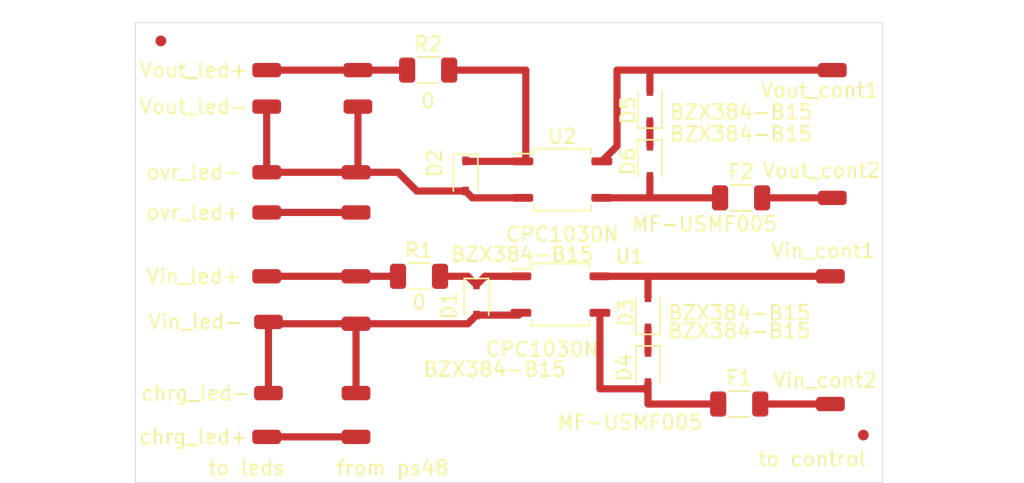
<source format=kicad_pcb>
(kicad_pcb (version 20211014) (generator pcbnew)
  (layers (0 "F.Cu" signal) (31 "B.Cu" signal) (34 "B.Paste" user) (35 "F.Paste" user) (36 "B.SilkS" user "B.Silkscreen") (37 "F.SilkS" user "F.Silkscreen") (38 "B.Mask" user) (39 "F.Mask" user) (44 "Edge.Cuts" user))
  (net 0 "")
  (net 1 "Net-(D1-Pad2)")
  (net 2 "Net-(D1-Pad1)")
  (net 3 "Net-(D2-Pad2)")
  (net 4 "Net-(D3-Pad2)")
  (net 5 "Net-(D3-Pad1)")
  (net 6 "Net-(D4-Pad2)")
  (net 7 "Net-(F1-Pad2)")
  (net 8 "Net-(F2-Pad2)")
  (net 9 "Net-(H1-Pad1)")
  (net 10 "Net-(H12-Pad1)")
  (net 11 "Net-(H13-Pad1)")
  (net 12 "Net-(D2-Pad1)")
  (net 13 "Net-(D5-Pad2)")
  (net 14 "Net-(D5-Pad1)")
  (net 15 "Net-(D6-Pad2)")
  (net 16 "Net-(H16-Pad1)")
  (footprint "Diode_SMD:D_SOD-323" (layer "F.Cu") (at 157.48 64.77 90)
    (fp_text reference "D5" (at -0.254 -1.524 90) (layer "F.SilkS"))
    (fp_text value "BZX384-B15" (at -0.381 6.35 180) (layer "F.SilkS"))
    (fp_line (start -1.5 0.85) (end 1.05 0.85) (layer "F.SilkS") (width 0.12))
    (fp_line (start -1.5 -0.85) (end 1.05 -0.85) (layer "F.SilkS") (width 0.12))
    (fp_line (start -1.5 -0.85) (end -1.5 0.85) (layer "F.SilkS") (width 0.12))
    (pad "1" smd rect locked (at -1.05 0 90) (size 0.6 0.45) (layers "F.Cu" "F.Paste" "F.Mask") (net 14 "Net-(D5-Pad1)"))
    (pad "2" smd rect locked (at 1.05 0 90) (size 0.6 0.45) (layers "F.Cu" "F.Paste" "F.Mask") (net 13 "Net-(D5-Pad2)"))
  )
  (footprint "Diode_SMD:D_SOD-323" (layer "F.Cu") (at 157.48 68.58 -90)
    (fp_text reference "D6" (at 0 1.524 90) (layer "F.SilkS"))
    (fp_text value "BZX384-B15" (at -1.905 -6.35 180) (layer "F.SilkS"))
    (fp_line (start -1.5 0.85) (end 1.05 0.85) (layer "F.SilkS") (width 0.12))
    (fp_line (start -1.5 -0.85) (end 1.05 -0.85) (layer "F.SilkS") (width 0.12))
    (fp_line (start -1.5 -0.85) (end -1.5 0.85) (layer "F.SilkS") (width 0.12))
    (pad "1" smd rect locked (at -1.05 0 270) (size 0.6 0.45) (layers "F.Cu" "F.Paste" "F.Mask") (net 14 "Net-(D5-Pad1)"))
    (pad "2" smd rect locked (at 1.05 0 270) (size 0.6 0.45) (layers "F.Cu" "F.Paste" "F.Mask") (net 15 "Net-(D6-Pad2)"))
  )
  (footprint "Diode_SMD:D_SOD-323" (layer "F.Cu") (at 157.349 79.121 90)
    (fp_text reference "D3" (at 0 -1.524 90) (layer "F.SilkS"))
    (fp_text value "BZX384-B15" (at 0 6.35 180) (layer "F.SilkS"))
    (fp_line (start -1.5 0.85) (end 1.05 0.85) (layer "F.SilkS") (width 0.12))
    (fp_line (start -1.5 -0.85) (end -1.5 0.85) (layer "F.SilkS") (width 0.12))
    (fp_line (start -1.5 -0.85) (end 1.05 -0.85) (layer "F.SilkS") (width 0.12))
    (pad "1" smd rect locked (at -1.05 0 90) (size 0.6 0.45) (layers "F.Cu" "F.Paste" "F.Mask") (net 5 "Net-(D3-Pad1)"))
    (pad "2" smd rect locked (at 1.05 0 90) (size 0.6 0.45) (layers "F.Cu" "F.Paste" "F.Mask") (net 4 "Net-(D3-Pad2)"))
  )
  (footprint "Diode_SMD:D_SOD-323" (layer "F.Cu") (at 157.349 82.931 -90)
    (fp_text reference "D4" (at 0 1.651 90) (layer "F.SilkS"))
    (fp_text value "BZX384-B15" (at -2.54 -6.35 180) (layer "F.SilkS"))
    (fp_line (start -1.5 -0.85) (end -1.5 0.85) (layer "F.SilkS") (width 0.12))
    (fp_line (start -1.5 -0.85) (end 1.05 -0.85) (layer "F.SilkS") (width 0.12))
    (fp_line (start -1.5 0.85) (end 1.05 0.85) (layer "F.SilkS") (width 0.12))
    (pad "1" smd rect locked (at -1.05 0 270) (size 0.6 0.45) (layers "F.Cu" "F.Paste" "F.Mask") (net 5 "Net-(D3-Pad1)"))
    (pad "2" smd rect locked (at 1.05 0 270) (size 0.6 0.45) (layers "F.Cu" "F.Paste" "F.Mask") (net 6 "Net-(D4-Pad2)"))
  )
  (footprint "Resistor_SMD:R_1206_3216Metric" (layer "F.Cu") (at 163.83 71.12)
    (fp_text reference "F2" (at 0 -1.82) (layer "F.SilkS"))
    (fp_text value "MF-USMF005" (at -2.54 1.82) (layer "F.SilkS"))
    (fp_line (start -0.727064 0.91) (end 0.727064 0.91) (layer "F.SilkS") (width 0.12))
    (fp_line (start -0.727064 -0.91) (end 0.727064 -0.91) (layer "F.SilkS") (width 0.12))
    (pad "1" smd roundrect locked (at -1.4625 0) (size 1.125 1.75) (layers "F.Cu" "F.Paste" "F.Mask") (roundrect_rratio 0.2222204444) (net 15 "Net-(D6-Pad2)"))
    (pad "2" smd roundrect locked (at 1.4625 0) (size 1.125 1.75) (layers "F.Cu" "F.Paste" "F.Mask") (roundrect_rratio 0.2222204444) (net 8 "Net-(F2-Pad2)"))
  )
  (footprint "Resistor_SMD:R_1206_3216Metric" (layer "F.Cu") (at 163.699 85.471)
    (fp_text reference "F1" (at 0 -1.82) (layer "F.SilkS"))
    (fp_text value "MF-USMF005" (at -7.62 1.27) (layer "F.SilkS"))
    (fp_line (start -0.727064 0.91) (end 0.727064 0.91) (layer "F.SilkS") (width 0.12))
    (fp_line (start -0.727064 -0.91) (end 0.727064 -0.91) (layer "F.SilkS") (width 0.12))
    (pad "1" smd roundrect locked (at -1.4625 0) (size 1.125 1.75) (layers "F.Cu" "F.Paste" "F.Mask") (roundrect_rratio 0.2222204444) (net 6 "Net-(D4-Pad2)"))
    (pad "2" smd roundrect locked (at 1.4625 0) (size 1.125 1.75) (layers "F.Cu" "F.Paste" "F.Mask") (roundrect_rratio 0.2222204444) (net 7 "Net-(F1-Pad2)"))
  )
  (footprint "Connector_Wire:SolderWirePad_1x01_SMD_1x2mm" (layer "F.Cu") (at 170.18 62.23 90)
    (fp_text reference "H17")
    (fp_text value "Vout_cont1" (at -1.397 -0.889 180) (layer "F.SilkS"))
    (pad "1" smd roundrect locked (at 0 0 90) (size 1 2) (layers "F.Cu" "F.Paste" "F.Mask") (net 13 "Net-(D5-Pad2)"))
  )
  (footprint "Connector_Wire:SolderWirePad_1x01_SMD_1x2mm" (layer "F.Cu") (at 170.18 71.12 90)
    (fp_text reference "H18")
    (fp_text value "Vout_cont2" (at 1.905 -0.762 180) (layer "F.SilkS"))
    (pad "1" smd roundrect locked (at 0 0 90) (size 1 2) (layers "F.Cu" "F.Paste" "F.Mask") (net 8 "Net-(F2-Pad2)"))
  )
  (footprint "Connector_Wire:SolderWirePad_1x01_SMD_1x2mm" (layer "F.Cu") (at 170.049 76.581 90)
    (fp_text reference "H19")
    (fp_text value "Vin_cont1" (at 1.778 -0.504 180) (layer "F.SilkS"))
    (pad "1" smd roundrect locked (at 0 0 90) (size 1 2) (layers "F.Cu" "F.Paste" "F.Mask") (net 4 "Net-(D3-Pad2)"))
  )
  (footprint "Connector_Wire:SolderWirePad_1x01_SMD_1x2mm" (layer "F.Cu") (at 170.049 85.471 90)
    (fp_text reference "H20")
    (fp_text value "Vin_cont2" (at 1.651 -0.377 180) (layer "F.SilkS"))
    (pad "1" smd roundrect locked (at 0 0 90) (size 1 2) (layers "F.Cu" "F.Paste" "F.Mask") (net 7 "Net-(F1-Pad2)"))
  )
  (footprint "Resistor_SMD:R_1206_3216Metric" (layer "F.Cu") (at 142.0475 62.23)
    (fp_text reference "R2" (at 0 -1.82) (layer "F.SilkS"))
    (fp_text value "0" (at 0 2.159) (layer "F.SilkS"))
    (fp_line (start -0.727064 0.91) (end 0.727064 0.91) (layer "F.SilkS") (width 0.12))
    (fp_line (start -0.727064 -0.91) (end 0.727064 -0.91) (layer "F.SilkS") (width 0.12))
    (pad "1" smd roundrect locked (at -1.4625 0) (size 1.125 1.75) (layers "F.Cu" "F.Paste" "F.Mask") (roundrect_rratio 0.2222204444) (net 9 "Net-(H1-Pad1)"))
    (pad "2" smd roundrect locked (at 1.4625 0) (size 1.125 1.75) (layers "F.Cu" "F.Paste" "F.Mask") (roundrect_rratio 0.2222204444) (net 12 "Net-(D2-Pad1)"))
  )
  (footprint "Resistor_SMD:R_1206_3216Metric" (layer "F.Cu") (at 141.4125 76.581)
    (fp_text reference "R1" (at 0 -1.82) (layer "F.SilkS"))
    (fp_text value "0" (at 0 1.82) (layer "F.SilkS"))
    (fp_line (start -0.727064 0.91) (end 0.727064 0.91) (layer "F.SilkS") (width 0.12))
    (fp_line (start -0.727064 -0.91) (end 0.727064 -0.91) (layer "F.SilkS") (width 0.12))
    (pad "1" smd roundrect locked (at -1.4625 0) (size 1.125 1.75) (layers "F.Cu" "F.Paste" "F.Mask") (roundrect_rratio 0.2222204444) (net 11 "Net-(H13-Pad1)"))
    (pad "2" smd roundrect locked (at 1.4625 0) (size 1.125 1.75) (layers "F.Cu" "F.Paste" "F.Mask") (roundrect_rratio 0.2222204444) (net 2 "Net-(D1-Pad1)"))
  )
  (footprint "Package_SO:SOP-4_3.8x4.1mm_P2.54mm" (layer "F.Cu") (at 151.384 69.85)
    (fp_text reference "U2" (at 0 -3) (layer "F.SilkS"))
    (fp_text value "CPC1030N" (at 0 3.81) (layer "F.SilkS"))
    (fp_line (start 0 2.16) (end -2.01 2.16) (layer "F.SilkS") (width 0.12))
    (fp_line (start 0 -2.16) (end -2.01 -2.16) (layer "F.SilkS") (width 0.12))
    (fp_line (start -2.01 -1.805) (end -3.475 -1.805) (layer "F.SilkS") (width 0.12))
    (fp_line (start 2.01 2.16) (end 2.01 1.805) (layer "F.SilkS") (width 0.12))
    (fp_line (start -2.01 2.16) (end -2.01 1.805) (layer "F.SilkS") (width 0.12))
    (fp_line (start -2.01 -2.16) (end -2.01 -1.805) (layer "F.SilkS") (width 0.12))
    (fp_line (start 2.01 -2.16) (end 2.01 -1.805) (layer "F.SilkS") (width 0.12))
    (fp_line (start 0 2.16) (end 2.01 2.16) (layer "F.SilkS") (width 0.12))
    (fp_line (start 0 -2.16) (end 2.01 -2.16) (layer "F.SilkS") (width 0.12))
    (pad "1" smd roundrect locked (at -2.75 -1.27) (size 1.45 0.55) (layers "F.Cu" "F.Paste" "F.Mask") (net 12 "Net-(D2-Pad1)"))
    (pad "2" smd roundrect locked (at -2.75 1.27) (size 1.45 0.55) (layers "F.Cu" "F.Paste" "F.Mask") (net 3 "Net-(D2-Pad2)"))
    (pad "3" smd roundrect locked (at 2.75 1.27) (size 1.45 0.55) (layers "F.Cu" "F.Paste" "F.Mask") (net 15 "Net-(D6-Pad2)"))
    (pad "4" smd roundrect locked (at 2.75 -1.27) (size 1.45 0.55) (layers "F.Cu" "F.Paste" "F.Mask") (net 13 "Net-(D5-Pad2)"))
  )
  (footprint "Package_SO:SOP-4_3.8x4.1mm_P2.54mm" (layer "F.Cu") (at 151.253 77.851)
    (fp_text reference "U1" (at 4.83 -2.667) (layer "F.SilkS"))
    (fp_text value "CPC1030N" (at -1.27 3.81) (layer "F.SilkS"))
    (fp_line (start -2.01 2.16) (end -2.01 1.805) (layer "F.SilkS") (width 0.12))
    (fp_line (start 0 2.16) (end 2.01 2.16) (layer "F.SilkS") (width 0.12))
    (fp_line (start 0 -2.16) (end -2.01 -2.16) (layer "F.SilkS") (width 0.12))
    (fp_line (start 2.01 -2.16) (end 2.01 -1.805) (layer "F.SilkS") (width 0.12))
    (fp_line (start 0 -2.16) (end 2.01 -2.16) (layer "F.SilkS") (width 0.12))
    (fp_line (start -2.01 -1.805) (end -3.475 -1.805) (layer "F.SilkS") (width 0.12))
    (fp_line (start 2.01 2.16) (end 2.01 1.805) (layer "F.SilkS") (width 0.12))
    (fp_line (start 0 2.16) (end -2.01 2.16) (layer "F.SilkS") (width 0.12))
    (fp_line (start -2.01 -2.16) (end -2.01 -1.805) (layer "F.SilkS") (width 0.12))
    (pad "1" smd roundrect locked (at -2.75 -1.27) (size 1.45 0.55) (layers "F.Cu" "F.Paste" "F.Mask") (net 2 "Net-(D1-Pad1)"))
    (pad "2" smd roundrect locked (at -2.75 1.27) (size 1.45 0.55) (layers "F.Cu" "F.Paste" "F.Mask") (net 1 "Net-(D1-Pad2)"))
    (pad "3" smd roundrect locked (at 2.75 1.27) (size 1.45 0.55) (layers "F.Cu" "F.Paste" "F.Mask") (net 6 "Net-(D4-Pad2)"))
    (pad "4" smd roundrect locked (at 2.75 -1.27) (size 1.45 0.55) (layers "F.Cu" "F.Paste" "F.Mask") (net 4 "Net-(D3-Pad2)"))
  )
  (footprint "Connector_Wire:SolderWirePad_1x01_SMD_1x2mm" (layer "F.Cu") (at 130.81 62.23 90)
    (fp_text reference "H1")
    (fp_text value "Vout_led+" (at 0 -5.08 180) (layer "F.SilkS"))
    (pad "1" smd roundrect locked (at 0 0 90) (size 1 2) (layers "F.Cu" "F.Paste" "F.Mask") (net 9 "Net-(H1-Pad1)"))
  )
  (footprint "Connector_Wire:SolderWirePad_1x01_SMD_1x2mm" (layer "F.Cu") (at 130.81 64.77 90)
    (fp_text reference "H2")
    (fp_text value "Vout_led-" (at 0 -5.08 180) (layer "F.SilkS"))
    (pad "1" smd roundrect locked (at 0 0 90) (size 1 2) (layers "F.Cu" "F.Paste" "F.Mask") (net 3 "Net-(D2-Pad2)"))
  )
  (footprint "Connector_Wire:SolderWirePad_1x01_SMD_1x2mm" (layer "F.Cu") (at 130.81 69.342 90)
    (fp_text reference "H3")
    (fp_text value "ovr_led-" (at 0 -5.08 180) (layer "F.SilkS"))
    (pad "1" smd roundrect locked (at 0 0 90) (size 1 2) (layers "F.Cu" "F.Paste" "F.Mask") (net 3 "Net-(D2-Pad2)"))
  )
  (footprint "Connector_Wire:SolderWirePad_1x01_SMD_1x2mm" (layer "F.Cu") (at 130.81 72.136 90)
    (fp_text reference "H4")
    (fp_text value "ovr_led+" (at 0 -5.08 180) (layer "F.SilkS"))
    (pad "1" smd roundrect locked (at 0 0 90) (size 1 2) (layers "F.Cu" "F.Paste" "F.Mask") (net 10 "Net-(H12-Pad1)"))
  )
  (footprint "Connector_Wire:SolderWirePad_1x01_SMD_1x2mm" (layer "F.Cu") (at 130.806 76.581 90)
    (fp_text reference "H5")
    (fp_text value "Vin_led+" (at 0 -5.08 180) (layer "F.SilkS"))
    (pad "1" smd roundrect locked (at 0 0 90) (size 1 2) (layers "F.Cu" "F.Paste" "F.Mask") (net 11 "Net-(H13-Pad1)"))
  )
  (footprint "Connector_Wire:SolderWirePad_1x01_SMD_1x2mm" (layer "F.Cu") (at 130.933 79.756 90)
    (fp_text reference "H6")
    (fp_text value "Vin_led-" (at 0 -5.08 180) (layer "F.SilkS"))
    (pad "1" smd roundrect locked (at 0 0 90) (size 1 2) (layers "F.Cu" "F.Paste" "F.Mask") (net 1 "Net-(D1-Pad2)"))
  )
  (footprint "Connector_Wire:SolderWirePad_1x01_SMD_1x2mm" (layer "F.Cu") (at 130.933 84.709 90)
    (fp_text reference "H7")
    (fp_text value "chrg_led-" (at 0 -5.08 180) (layer "F.SilkS"))
    (pad "1" smd roundrect locked (at 0 0 90) (size 1 2) (layers "F.Cu" "F.Paste" "F.Mask") (net 1 "Net-(D1-Pad2)"))
  )
  (footprint "Connector_Wire:SolderWirePad_1x01_SMD_1x2mm" (layer "F.Cu") (at 130.806 87.757 90)
    (fp_text reference "H8")
    (fp_text value "chrg_led+" (at 0 -5.08 180) (layer "F.SilkS"))
    (pad "1" smd roundrect locked (at 0 0 90) (size 1 2) (layers "F.Cu" "F.Paste" "F.Mask") (net 16 "Net-(H16-Pad1)"))
  )
  (footprint "Connector_Wire:SolderWirePad_1x01_SMD_1x2mm" (layer "F.Cu") (at 137.16 62.23 90)
    (fp_text reference "H9")
    (fp_text value "Vout_led+")
    (pad "1" smd roundrect locked (at 0 0 90) (size 1 2) (layers "F.Cu" "F.Paste" "F.Mask") (net 9 "Net-(H1-Pad1)"))
  )
  (footprint "Connector_Wire:SolderWirePad_1x01_SMD_1x2mm" (layer "F.Cu") (at 137.033 69.342 90)
    (fp_text reference "H11")
    (fp_text value "ovr_led-")
    (pad "1" smd roundrect locked (at 0 0 90) (size 1 2) (layers "F.Cu" "F.Paste" "F.Mask") (net 3 "Net-(D2-Pad2)"))
  )
  (footprint "Connector_Wire:SolderWirePad_1x01_SMD_1x2mm" (layer "F.Cu") (at 137.033 72.136 90)
    (fp_text reference "H12")
    (fp_text value "ovl_led+")
    (pad "1" smd roundrect locked (at 0 0 90) (size 1 2) (layers "F.Cu" "F.Paste" "F.Mask") (net 10 "Net-(H12-Pad1)"))
  )
  (footprint "Connector_Wire:SolderWirePad_1x01_SMD_1x2mm" (layer "F.Cu") (at 137.029 76.581 90)
    (fp_text reference "H13")
    (fp_text value "Vin_led+")
    (pad "1" smd roundrect locked (at 0 0 90) (size 1 2) (layers "F.Cu" "F.Paste" "F.Mask") (net 11 "Net-(H13-Pad1)"))
  )
  (footprint "Connector_Wire:SolderWirePad_1x01_SMD_1x2mm" (layer "F.Cu") (at 137.029 79.883 90)
    (fp_text reference "H15")
    (fp_text value "chrg_led-")
    (pad "1" smd roundrect locked (at 0 0 90) (size 1 2) (layers "F.Cu" "F.Paste" "F.Mask") (net 1 "Net-(D1-Pad2)"))
  )
  (footprint "Connector_Wire:SolderWirePad_1x01_SMD_1x2mm" (layer "F.Cu") (at 137.029 87.757 90)
    (fp_text reference "H16")
    (fp_text value "chrg_led+")
    (pad "1" smd roundrect locked (at 0 0 90) (size 1 2) (layers "F.Cu" "F.Paste" "F.Mask") (net 16 "Net-(H16-Pad1)"))
  )
  (footprint "Diode_SMD:D_SOD-323" (layer "F.Cu") (at 145.411 78.232 -90)
    (fp_text reference "D1" (at 0.381 1.901 90) (layer "F.SilkS"))
    (fp_text value "BZX384-B15" (at 4.826 -1.27 180) (layer "F.SilkS"))
    (fp_line (start -1.5 -0.85) (end 1.05 -0.85) (layer "F.SilkS") (width 0.12))
    (fp_line (start -1.5 0.85) (end 1.05 0.85) (layer "F.SilkS") (width 0.12))
    (fp_line (start -1.5 -0.85) (end -1.5 0.85) (layer "F.SilkS") (width 0.12))
    (pad "1" smd rect locked (at -1.05 0 270) (size 0.6 0.45) (layers "F.Cu" "F.Paste" "F.Mask") (net 2 "Net-(D1-Pad1)"))
    (pad "2" smd rect locked (at 1.05 0 270) (size 0.6 0.45) (layers "F.Cu" "F.Paste" "F.Mask") (net 1 "Net-(D1-Pad2)"))
  )
  (footprint "Diode_SMD:D_SOD-323" (layer "F.Cu") (at 144.653 69.596 -90)
    (fp_text reference "D2" (at -0.889 2.159 90) (layer "F.SilkS"))
    (fp_text value "BZX384-B15" (at 5.461 -3.937 180) (layer "F.SilkS"))
    (fp_line (start -1.5 0.85) (end 1.05 0.85) (layer "F.SilkS") (width 0.12))
    (fp_line (start -1.5 -0.85) (end -1.5 0.85) (layer "F.SilkS") (width 0.12))
    (fp_line (start -1.5 -0.85) (end 1.05 -0.85) (layer "F.SilkS") (width 0.12))
    (pad "1" smd rect locked (at -1.05 0 270) (size 0.6 0.45) (layers "F.Cu" "F.Paste" "F.Mask") (net 12 "Net-(D2-Pad1)"))
    (pad "2" smd rect locked (at 1.05 0 270) (size 0.6 0.45) (layers "F.Cu" "F.Paste" "F.Mask") (net 3 "Net-(D2-Pad2)"))
  )
  (footprint "Connector_Wire:SolderWirePad_1x01_SMD_1x2mm" (layer "F.Cu") (at 137.029 84.709 90)
    (fp_text reference "H14")
    (fp_text value "Vin_led-")
    (pad "1" smd roundrect locked (at 0 0 90) (size 1 2) (layers "F.Cu" "F.Paste" "F.Mask") (net 1 "Net-(D1-Pad2)"))
  )
  (footprint "Connector_Wire:SolderWirePad_1x01_SMD_1x2mm" (layer "F.Cu") (at 137.16 64.77 90)
    (fp_text reference "H10")
    (fp_text value "Vout_led-")
    (pad "1" smd roundrect locked (at 0 0 90) (size 1 2) (layers "F.Cu" "F.Paste" "F.Mask") (net 3 "Net-(D2-Pad2)"))
  )
  (footprint "Fiducial:Fiducial_0.75mm_Mask1.5mm" (layer "F.Cu") (at 172.339 87.63)
    (fp_text reference "REF**")
    (fp_text value "Fiducial_0.75mm_Mask1.5mm")
    (pad "" smd circle locked (at 0 0) (size 0.75 0.75) (layers "F.Cu" "F.Mask") (clearance 0.375))
  )
  (footprint "Fiducial:Fiducial_0.75mm_Mask1.5mm" (layer "F.Cu") (at 123.444 60.198)
    (fp_text reference "REF**")
    (fp_text value "Fiducial_0.75mm_Mask1.5mm")
    (pad "" smd circle locked (at 0 0) (size 0.75 0.75) (layers "F.Cu" "F.Mask") (clearance 0.375))
  )
  (gr_line (start 173.666 90.93) (end 173.666 58.93) (layer "Edge.Cuts") (width 0.05))
  (gr_line (start 121.666 90.93) (end 121.666 58.93) (layer "Edge.Cuts") (width 0.05))
  (gr_line (start 173.666 58.93) (end 121.666 58.93) (layer "Edge.Cuts") (width 0.05))
  (gr_line (start 173.666 90.93) (end 121.666 90.93) (layer "Edge.Cuts") (width 0.05))
  (gr_text "to leds" (at 129.409 89.916) (layer "F.SilkS") (effects (font (size 1 1))))
  (gr_text "to control" (at 168.779 89.281) (layer "F.SilkS") (effects (font (size 1 1))))
  (gr_text "from ps48" (at 139.569 89.916) (layer "F.SilkS") (effects (font (size 1 1))))
  (segment (start 131.06 79.883) (end 130.933 79.756) (width 0.5) (layer "F.Cu") (net 1))
  (segment (start 145.411 79.282) (end 148.342 79.282) (width 0.5) (layer "F.Cu") (net 1))
  (segment (start 137.029 79.883) (end 137.029 84.709) (width 0.5) (layer "F.Cu") (net 1))
  (segment (start 137.029 79.883) (end 131.06 79.883) (width 0.5) (layer "F.Cu") (net 1))
  (segment (start 130.933 79.756) (end 130.933 84.709) (width 0.5) (layer "F.Cu") (net 1))
  (segment (start 148.342 79.282) (end 148.503 79.121) (width 0.5) (layer "F.Cu") (net 1))
  (segment (start 144.81 79.883) (end 145.411 79.282) (width 0.5) (layer "F.Cu") (net 1))
  (segment (start 137.029 79.883) (end 144.81 79.883) (width 0.5) (layer "F.Cu") (net 1))
  (segment (start 146.012 76.581) (end 145.411 77.182) (width 0.5) (layer "F.Cu") (net 2))
  (segment (start 142.875 76.581) (end 144.81 76.581) (width 0.5) (layer "F.Cu") (net 2))
  (segment (start 144.81 76.581) (end 145.411 77.182) (width 0.5) (layer "F.Cu") (net 2))
  (segment (start 148.503 76.581) (end 146.012 76.581) (width 0.5) (layer "F.Cu") (net 2))
  (segment (start 130.81 64.77) (end 130.81 69.342) (width 0.5) (layer "F.Cu") (net 3))
  (segment (start 139.954 69.342) (end 137.033 69.342) (width 0.5) (layer "F.Cu") (net 3))
  (segment (start 137.16 64.77) (end 137.16 69.215) (width 0.5) (layer "F.Cu") (net 3))
  (segment (start 145.127 71.12) (end 144.653 70.646) (width 0.5) (layer "F.Cu") (net 3))
  (segment (start 141.258 70.646) (end 139.954 69.342) (width 0.5) (layer "F.Cu") (net 3))
  (segment (start 148.634 71.12) (end 145.127 71.12) (width 0.5) (layer "F.Cu") (net 3))
  (segment (start 137.16 69.215) (end 137.033 69.342) (width 0.5) (layer "F.Cu") (net 3))
  (segment (start 144.653 70.646) (end 141.258 70.646) (width 0.5) (layer "F.Cu") (net 3))
  (segment (start 130.81 69.342) (end 137.033 69.342) (width 0.5) (layer "F.Cu") (net 3))
  (segment (start 154.003 76.581) (end 170.049 76.581) (width 0.5) (layer "F.Cu") (net 4))
  (segment (start 157.349 78.071) (end 157.349 76.581) (width 0.5) (layer "F.Cu") (net 4))
  (segment (start 157.349 80.171) (end 157.349 81.881) (width 0.5) (layer "F.Cu") (net 5))
  (segment (start 157.139 84.411) (end 157.349 84.201) (width 0.5) (layer "F.Cu") (net 6))
  (segment (start 157.349 83.981) (end 157.349 85.09) (width 0.5) (layer "F.Cu") (net 6))
  (segment (start 157.349 85.09) (end 157.349 84.621) (width 0.5) (layer "F.Cu") (net 6))
  (segment (start 154.003 79.121) (end 154.003 84.411) (width 0.5) (layer "F.Cu") (net 6))
  (segment (start 154.003 84.411) (end 157.139 84.411) (width 0.5) (layer "F.Cu") (net 6))
  (segment (start 157.349 84.621) (end 157.139 84.411) (width 0.5) (layer "F.Cu") (net 6))
  (segment (start 157.349 85.471) (end 157.349 85.09) (width 0.5) (layer "F.Cu") (net 6))
  (segment (start 162.2365 85.471) (end 157.349 85.471) (width 0.5) (layer "F.Cu") (net 6))
  (segment (start 157.349 84.201) (end 157.349 83.981) (width 0.5) (layer "F.Cu") (net 6))
  (segment (start 170.049 85.471) (end 165.1615 85.471) (width 0.5) (layer "F.Cu") (net 7))
  (segment (start 170.18 71.12) (end 165.2925 71.12) (width 0.5) (layer "F.Cu") (net 8))
  (segment (start 137.16 62.23) (end 140.585 62.23) (width 0.5) (layer "F.Cu") (net 9))
  (segment (start 130.81 62.23) (end 137.16 62.23) (width 0.5) (layer "F.Cu") (net 9))
  (segment (start 137.033 72.136) (end 130.81 72.136) (width 0.5) (layer "F.Cu") (net 10))
  (segment (start 137.029 76.581) (end 139.95 76.581) (width 0.5) (layer "F.Cu") (net 11))
  (segment (start 137.029 76.581) (end 130.806 76.581) (width 0.5) (layer "F.Cu") (net 11))
  (segment (start 148.844 62.23) (end 148.844 68.37) (width 0.5) (layer "F.Cu") (net 12))
  (segment (start 148.634 68.58) (end 144.687 68.58) (width 0.5) (layer "F.Cu") (net 12))
  (segment (start 148.844 68.37) (end 148.634 68.58) (width 0.5) (layer "F.Cu") (net 12))
  (segment (start 148.844 62.23) (end 143.51 62.23) (width 0.5) (layer "F.Cu") (net 12))
  (segment (start 144.687 68.58) (end 144.653 68.546) (width 0.5) (layer "F.Cu") (net 12))
  (segment (start 155.194 67.52) (end 154.134 68.58) (width 0.5) (layer "F.Cu") (net 13))
  (segment (start 170.18 62.23) (end 155.194 62.23) (width 0.5) (layer "F.Cu") (net 13))
  (segment (start 155.194 62.23) (end 155.194 67.52) (width 0.5) (layer "F.Cu") (net 13))
  (segment (start 157.48 63.72) (end 157.48 62.23) (width 0.5) (layer "F.Cu") (net 13))
  (segment (start 157.48 65.82) (end 157.48 67.53) (width 0.5) (layer "F.Cu") (net 14))
  (segment (start 162.3675 71.12) (end 154.134 71.12) (width 0.5) (layer "F.Cu") (net 15))
  (segment (start 157.48 69.63) (end 157.48 71.12) (width 0.5) (layer "F.Cu") (net 15))
  (segment (start 130.806 87.757) (end 137.156 87.757) (width 0.5) (layer "F.Cu") (net 16))
)
</source>
